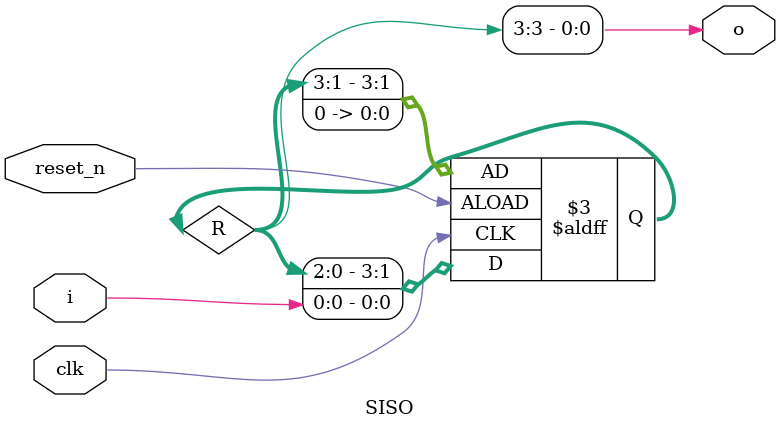
<source format=v>
`timescale 1ns / 1ps


module SISO #(parameter size=4) (
    o,
    clk,
    reset_n,
    i
    );
    
    output o;
    input clk;
    input reset_n;
    input i;
    
    reg [size-1:0]R;
    
    assign o = R[size-1];
    
    always@(posedge clk or negedge reset_n)
    begin
        if(!reset_n)
            R[0] <= 0;
            
        else
            R <= {R[size-2:0], i};
    end
endmodule

</source>
